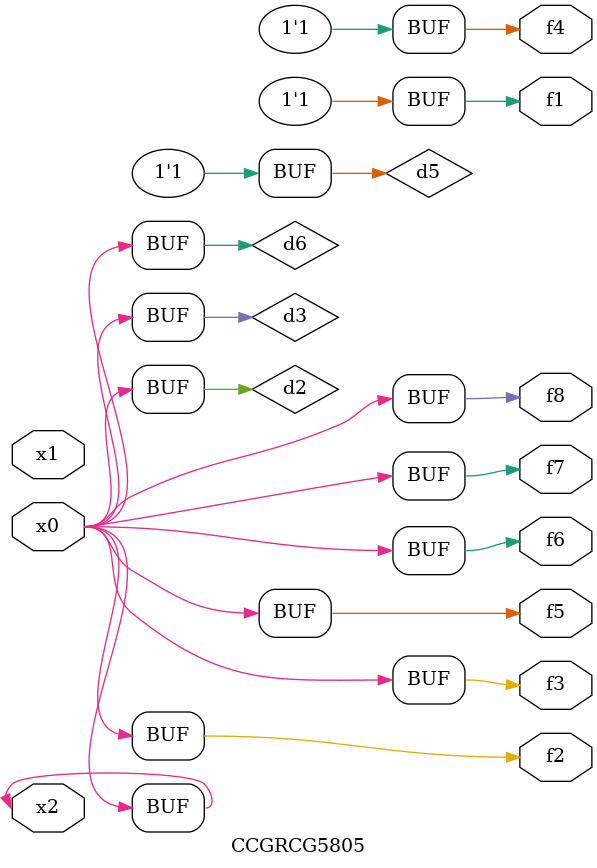
<source format=v>
module CCGRCG5805(
	input x0, x1, x2,
	output f1, f2, f3, f4, f5, f6, f7, f8
);

	wire d1, d2, d3, d4, d5, d6;

	xnor (d1, x2);
	buf (d2, x0, x2);
	and (d3, x0);
	xnor (d4, x1, x2);
	nand (d5, d1, d3);
	buf (d6, d2, d3);
	assign f1 = d5;
	assign f2 = d6;
	assign f3 = d6;
	assign f4 = d5;
	assign f5 = d6;
	assign f6 = d6;
	assign f7 = d6;
	assign f8 = d6;
endmodule

</source>
